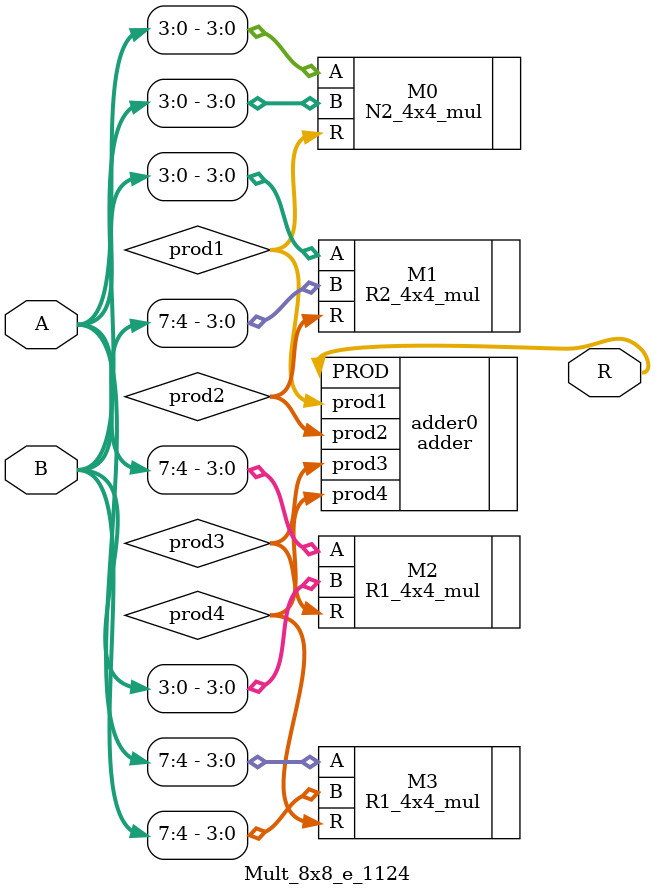
<source format=v>
module Mult_8x8_e_1124(
input [7:0] A,
input [7:0] B,
output [15:0]R
);
wire [7:0]prod1;
wire [7:0]prod2;
wire [7:0]prod3;
wire [7:0]prod4;

N2_4x4_mul M0(.A(A[3:0]),.B(B[3:0]),.R(prod1));
R2_4x4_mul M1(.A(A[3:0]),.B(B[7:4]),.R(prod2));
R1_4x4_mul M2(.A(A[7:4]),.B(B[3:0]),.R(prod3));
R1_4x4_mul M3(.A(A[7:4]),.B(B[7:4]),.R(prod4));
adder adder0(.prod1(prod1),.prod2(prod2),.prod3(prod3),.prod4(prod4),.PROD(R));
endmodule

</source>
